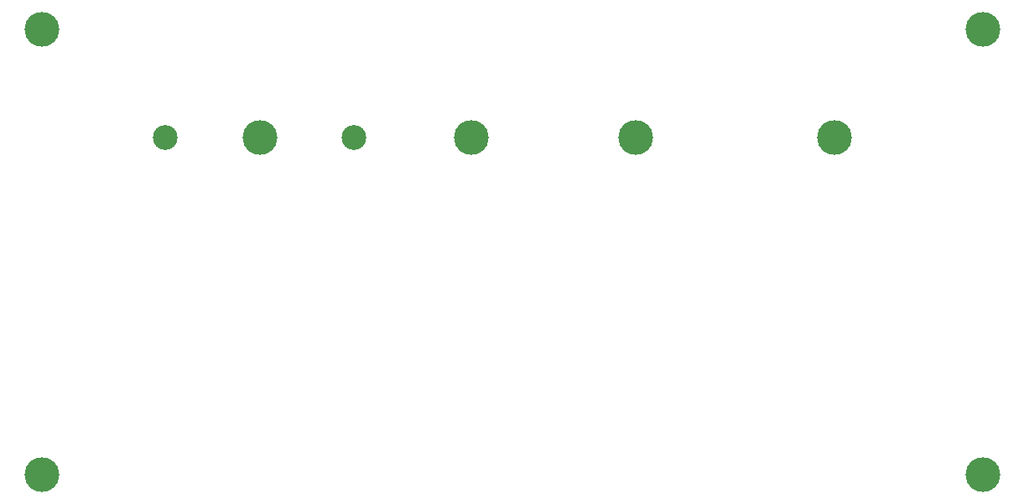
<source format=gbr>
G04 #@! TF.GenerationSoftware,KiCad,Pcbnew,(6.0.5)*
G04 #@! TF.CreationDate,2023-01-29T21:03:10+01:00*
G04 #@! TF.ProjectId,bplate,62706c61-7465-42e6-9b69-6361645f7063,0.8*
G04 #@! TF.SameCoordinates,Original*
G04 #@! TF.FileFunction,Soldermask,Bot*
G04 #@! TF.FilePolarity,Negative*
%FSLAX46Y46*%
G04 Gerber Fmt 4.6, Leading zero omitted, Abs format (unit mm)*
G04 Created by KiCad (PCBNEW (6.0.5)) date 2023-01-29 21:03:10*
%MOMM*%
%LPD*%
G01*
G04 APERTURE LIST*
%ADD10C,3.500000*%
%ADD11C,2.500000*%
G04 APERTURE END LIST*
D10*
G04 #@! TO.C,REF\u002A\u002A*
X189000000Y-119000000D03*
G04 #@! TD*
G04 #@! TO.C,REF\u002A\u002A*
X137400000Y-85000000D03*
G04 #@! TD*
D11*
G04 #@! TO.C,REF\u002A\u002A*
X125500000Y-85000000D03*
G04 #@! TD*
G04 #@! TO.C,REF\u002A\u002A*
X106500000Y-85000000D03*
G04 #@! TD*
D10*
G04 #@! TO.C,REF\u002A\u002A*
X94000000Y-74000000D03*
G04 #@! TD*
G04 #@! TO.C,REF\u002A\u002A*
X174000000Y-85000000D03*
G04 #@! TD*
G04 #@! TO.C,REF\u002A\u002A*
X154000000Y-85000000D03*
G04 #@! TD*
G04 #@! TO.C,REF\u002A\u002A*
X94000000Y-119000000D03*
G04 #@! TD*
G04 #@! TO.C,REF\u002A\u002A*
X116000000Y-85000000D03*
G04 #@! TD*
G04 #@! TO.C,REF\u002A\u002A*
X189000000Y-74000000D03*
G04 #@! TD*
M02*

</source>
